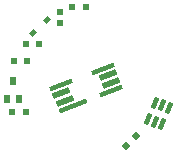
<source format=gtp>
%FSTAX23Y23*%
%MOIN*%
%SFA1B1*%

%IPPOS*%
%AMD12*
4,1,4,0.043100,0.024900,-0.048700,-0.010300,-0.043100,-0.024900,0.048700,0.010300,0.043100,0.024900,0.0*
%
%AMD13*
4,1,4,0.024000,0.019700,-0.031100,-0.001400,-0.024000,-0.019700,0.031100,0.001400,0.024000,0.019700,0.0*
%
%AMD14*
4,1,4,0.033900,0.021400,-0.039500,-0.006800,-0.033900,-0.021400,0.039500,0.006800,0.033900,0.021400,0.0*
%
%AMD17*
4,1,4,-0.000100,-0.021100,0.014600,0.015300,0.000100,0.021100,-0.014600,-0.015300,-0.000100,-0.021100,0.0*
%
%AMD18*
4,1,4,0.015300,0.000000,0.000000,0.015300,-0.015300,0.000000,0.000000,-0.015300,0.015300,0.000000,0.0*
%
%AMD20*
4,1,4,-0.001700,-0.013300,0.013300,0.001700,0.001700,0.013300,-0.013300,-0.001700,-0.001700,-0.013300,0.0*
%
G04~CAMADD=12~9~0.0~0.0~984.3~157.5~0.0~0.0~0~0.0~0.0~0.0~0.0~0~0.0~0.0~0.0~0.0~0~0.0~0.0~0.0~21.0~974.0~497.0*
%ADD12D12*%
G04~CAMADD=13~9~0.0~0.0~590.6~196.8~0.0~0.0~0~0.0~0.0~0.0~0.0~0~0.0~0.0~0.0~0.0~0~0.0~0.0~0.0~21.0~622.0~393.0*
%ADD13D13*%
G04~CAMADD=14~9~0.0~0.0~787.4~157.5~0.0~0.0~0~0.0~0.0~0.0~0.0~0~0.0~0.0~0.0~0.0~0~0.0~0.0~0.0~21.0~790.0~427.0*
%ADD14D14*%
%ADD15R,0.018900X0.025390*%
%ADD16R,0.024410X0.023620*%
G04~CAMADD=17~9~0.0~0.0~393.7~157.5~0.0~0.0~0~0.0~0.0~0.0~0.0~0~0.0~0.0~0.0~0.0~0~0.0~0.0~0.0~248.0~292.0~421.0*
%ADD17D17*%
G04~CAMADD=18~10~0.0~216.5~0.0~0.0~0.0~0.0~0~0.0~0.0~0.0~0.0~0~0.0~0.0~0.0~0.0~0~0.0~0.0~0.0~315.0~216.5~0.0*
%ADD18D18*%
%ADD19R,0.021650X0.021650*%
G04~CAMADD=20~9~0.0~0.0~212.6~165.4~0.0~0.0~0~0.0~0.0~0.0~0.0~0~0.0~0.0~0.0~0.0~0~0.0~0.0~0.0~225.0~266.0~265.0*
%ADD20D20*%
%LNkoosh_sensor_top_v1_1-1*%
%LPD*%
G54D12*
X00249Y00244D03*
G54D13*
X00222Y0026D03*
X00211Y00289D03*
X00367Y00349D03*
X00378Y0032D03*
G54D14*
X00211Y00316D03*
X00349Y00369D03*
X00378Y00293D03*
G54D15*
X0003Y00268D03*
X00069D03*
X0005Y00327D03*
G54D16*
X00205Y00521D03*
Y00558D03*
G54D17*
X00547Y00183D03*
X00523Y00192D03*
X005Y00202D03*
X00522Y00256D03*
X00546Y00247D03*
X00569Y00237D03*
G54D18*
X00427Y00112D03*
X0046Y00145D03*
G54D19*
X00092Y0045D03*
X00138D03*
X00052Y00395D03*
X00098D03*
X00047Y00225D03*
X00093D03*
X00247Y00575D03*
X00293D03*
G54D20*
X00162Y00532D03*
X00117Y00487D03*
M02*
</source>
